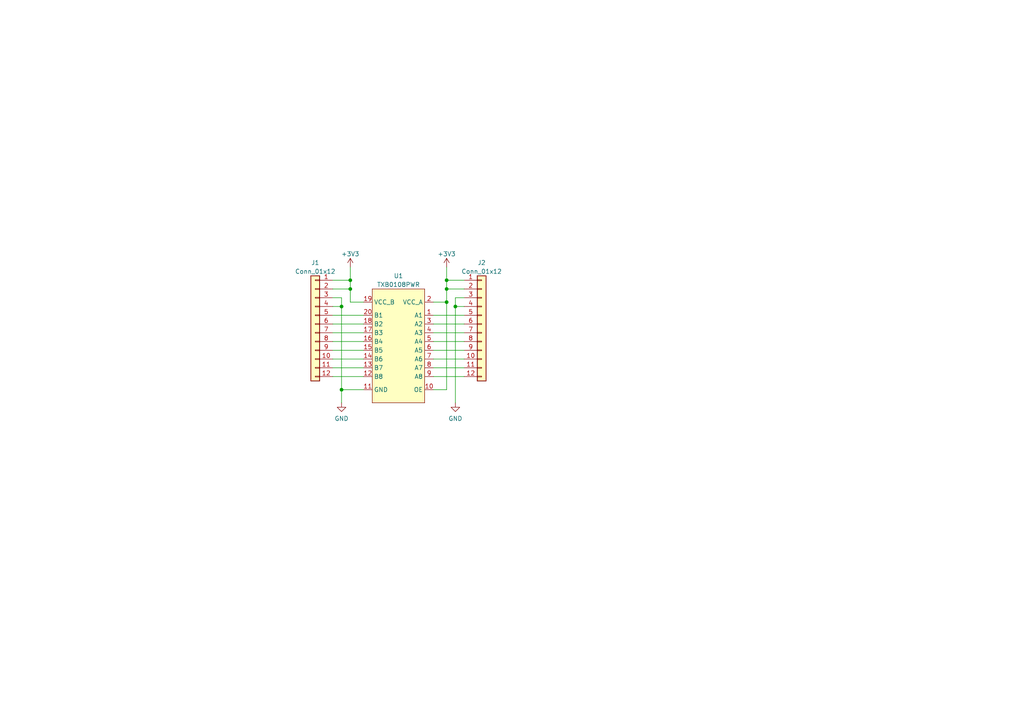
<source format=kicad_sch>
(kicad_sch (version 20230121) (generator eeschema)
  (paper "A4")
  (lib_symbols
    (symbol "Connector_Generic:Conn_01x12" (pin_names (offset 1.016) hide)
      (property "Reference" "J" (at 0 15.24 0))
      (property "Value" "Conn_01x12" (at 0 -17.78 0))
      (symbol "Conn_01x12_1_1"
        (rectangle (start -1.27 -15.113) (end 0 -15.367) (stroke (width 0.1524)))
        (rectangle (start -1.27 -12.573) (end 0 -12.827) (stroke (width 0.1524)))
        (rectangle (start -1.27 -10.033) (end 0 -10.287) (stroke (width 0.1524)))
        (rectangle (start -1.27 -7.493) (end 0 -7.747) (stroke (width 0.1524)))
        (rectangle (start -1.27 -4.953) (end 0 -5.207) (stroke (width 0.1524)))
        (rectangle (start -1.27 -2.413) (end 0 -2.667) (stroke (width 0.1524)))
        (rectangle (start -1.27 0.127) (end 0 -0.127) (stroke (width 0.1524)))
        (rectangle (start -1.27 2.667) (end 0 2.413) (stroke (width 0.1524)))
        (rectangle (start -1.27 5.207) (end 0 4.953) (stroke (width 0.1524)))
        (rectangle (start -1.27 7.747) (end 0 7.493) (stroke (width 0.1524)))
        (rectangle (start -1.27 10.287) (end 0 10.033) (stroke (width 0.1524)))
        (rectangle (start -1.27 12.827) (end 0 12.573) (stroke (width 0.1524)))
        (rectangle (start -1.27 13.97) (end 1.27 -16.51) (stroke (width 0.254)) (fill (type background)))
        (pin passive line (at -5.08 12.7 0) (length 3.81) (name "Pin_1") (number "1"))
        (pin passive line (at -5.08 -10.16 0) (length 3.81) (name "Pin_10") (number "10"))
        (pin passive line (at -5.08 -12.7 0) (length 3.81) (name "Pin_11") (number "11"))
        (pin passive line (at -5.08 -15.24 0) (length 3.81) (name "Pin_12") (number "12"))
        (pin passive line (at -5.08 10.16 0) (length 3.81) (name "Pin_2") (number "2"))
        (pin passive line (at -5.08 7.62 0) (length 3.81) (name "Pin_3") (number "3"))
        (pin passive line (at -5.08 5.08 0) (length 3.81) (name "Pin_4") (number "4"))
        (pin passive line (at -5.08 2.54 0) (length 3.81) (name "Pin_5") (number "5"))
        (pin passive line (at -5.08 0 0) (length 3.81) (name "Pin_6") (number "6"))
        (pin passive line (at -5.08 -2.54 0) (length 3.81) (name "Pin_7") (number "7"))
        (pin passive line (at -5.08 -5.08 0) (length 3.81) (name "Pin_8") (number "8"))
        (pin passive line (at -5.08 -7.62 0) (length 3.81) (name "Pin_9") (number "9"))
      )
    )
    (symbol "Cuprum:TXB0108PWR"
      (property "Reference" "U" (at 0 6.35 0))
      (property "Value" "TXB0108PWR" (at 0 -29.21 0))
      (symbol "TXB0108PWR_0_1"
        (rectangle (start -7.62 5.08) (end 7.62 -27.94) (fill (type background)))
      )
      (symbol "TXB0108PWR_1_1"
        (pin input line (at -10.16 -2.54 0) (length 2.54) (name "A1") (number "1"))
        (pin input line (at -10.16 -24.13 0) (length 2.54) (name "OE") (number "10"))
        (pin input line (at 10.16 -24.13 180) (length 2.54) (name "GND") (number "11"))
        (pin input line (at 10.16 -20.32 180) (length 2.54) (name "B8") (number "12"))
        (pin input line (at 10.16 -17.78 180) (length 2.54) (name "B7") (number "13"))
        (pin input line (at 10.16 -15.24 180) (length 2.54) (name "B6") (number "14"))
        (pin input line (at 10.16 -12.7 180) (length 2.54) (name "B5") (number "15"))
        (pin input line (at 10.16 -10.16 180) (length 2.54) (name "B4") (number "16"))
        (pin input line (at 10.16 -7.62 180) (length 2.54) (name "B3") (number "17"))
        (pin input line (at 10.16 -5.08 180) (length 2.54) (name "B2") (number "18"))
        (pin input line (at 10.16 1.27 180) (length 2.54) (name "VCC_B") (number "19"))
        (pin input line (at -10.16 1.27 0) (length 2.54) (name "VCC_A") (number "2"))
        (pin input line (at 10.16 -2.54 180) (length 2.54) (name "B1") (number "20"))
        (pin input line (at -10.16 -5.08 0) (length 2.54) (name "A2") (number "3"))
        (pin input line (at -10.16 -7.62 0) (length 2.54) (name "A3") (number "4"))
        (pin input line (at -10.16 -10.16 0) (length 2.54) (name "A4") (number "5"))
        (pin input line (at -10.16 -12.7 0) (length 2.54) (name "A5") (number "6"))
        (pin input line (at -10.16 -15.24 0) (length 2.54) (name "A6") (number "7"))
        (pin input line (at -10.16 -17.78 0) (length 2.54) (name "A7") (number "8"))
        (pin input line (at -10.16 -20.32 0) (length 2.54) (name "A8") (number "9"))
      )
    )
    (symbol "power:+3V3" (power) (pin_names (offset 0))
      (property "Value" "+3V3" (at 0 3.556 0))
      (symbol "+3V3_0_1"
        (polyline (pts (xy -0.762 1.27) (xy 0 2.54)))
        (polyline (pts (xy 0 0) (xy 0 2.54)))
        (polyline (pts (xy 0 2.54) (xy 0.762 1.27)))
      )
      (symbol "+3V3_1_1"
        (pin power_in line (at 0 0 90) (length 0) hide (name "+3V3") (number "1"))
      )
    )
    (symbol "power:GND" (power) (pin_names (offset 0))
      (property "Value" "GND" (at 0 -3.81 0))
      (symbol "GND_0_1"
        (polyline (pts (xy 0 0) (xy 0 -1.27) (xy 1.27 -1.27) (xy 0 -2.54) (xy -1.27 -1.27) (xy 0 -1.27)))
      )
      (symbol "GND_1_1"
        (pin power_in line (at 0 0 270) (length 0) hide (name "GND") (number "1"))
      )
    )
  )
  (junction (at 129.54 81.28))
  (junction (at 101.6 83.82))
  (junction (at 99.06 113.03))
  (junction (at 101.6 81.28))
  (junction (at 99.06 88.9))
  (junction (at 132.08 88.9))
  (junction (at 129.54 87.63))
  (junction (at 129.54 83.82))
  (wire (pts (xy 101.6 83.82) (xy 101.6 81.28)))
  (wire (pts (xy 132.08 88.9) (xy 132.08 116.84)))
  (wire (pts (xy 129.54 77.47) (xy 129.54 81.28)))
  (wire (pts (xy 125.73 101.6) (xy 134.62 101.6)))
  (wire (pts (xy 134.62 86.36) (xy 132.08 86.36)))
  (wire (pts (xy 129.54 83.82) (xy 129.54 87.63)))
  (wire (pts (xy 101.6 77.47) (xy 101.6 81.28)))
  (wire (pts (xy 125.73 104.14) (xy 134.62 104.14)))
  (wire (pts (xy 96.52 99.06) (xy 105.41 99.06)))
  (wire (pts (xy 96.52 96.52) (xy 105.41 96.52)))
  (wire (pts (xy 129.54 81.28) (xy 134.62 81.28)))
  (wire (pts (xy 125.73 93.98) (xy 134.62 93.98)))
  (wire (pts (xy 96.52 83.82) (xy 101.6 83.82)))
  (wire (pts (xy 132.08 86.36) (xy 132.08 88.9)))
  (wire (pts (xy 129.54 83.82) (xy 134.62 83.82)))
  (wire (pts (xy 96.52 101.6) (xy 105.41 101.6)))
  (wire (pts (xy 105.41 87.63) (xy 101.6 87.63)))
  (wire (pts (xy 125.73 87.63) (xy 129.54 87.63)))
  (wire (pts (xy 96.52 104.14) (xy 105.41 104.14)))
  (wire (pts (xy 125.73 99.06) (xy 134.62 99.06)))
  (wire (pts (xy 99.06 88.9) (xy 99.06 113.03)))
  (wire (pts (xy 96.52 86.36) (xy 99.06 86.36)))
  (wire (pts (xy 125.73 91.44) (xy 134.62 91.44)))
  (wire (pts (xy 99.06 113.03) (xy 99.06 116.84)))
  (wire (pts (xy 96.52 109.22) (xy 105.41 109.22)))
  (wire (pts (xy 132.08 88.9) (xy 134.62 88.9)))
  (wire (pts (xy 99.06 113.03) (xy 105.41 113.03)))
  (wire (pts (xy 99.06 86.36) (xy 99.06 88.9)))
  (wire (pts (xy 96.52 106.68) (xy 105.41 106.68)))
  (wire (pts (xy 125.73 109.22) (xy 134.62 109.22)))
  (wire (pts (xy 96.52 93.98) (xy 105.41 93.98)))
  (wire (pts (xy 129.54 113.03) (xy 129.54 87.63)))
  (wire (pts (xy 96.52 81.28) (xy 101.6 81.28)))
  (wire (pts (xy 129.54 81.28) (xy 129.54 83.82)))
  (wire (pts (xy 125.73 106.68) (xy 134.62 106.68)))
  (wire (pts (xy 96.52 88.9) (xy 99.06 88.9)))
  (wire (pts (xy 125.73 113.03) (xy 129.54 113.03)))
  (wire (pts (xy 101.6 87.63) (xy 101.6 83.82)))
  (wire (pts (xy 96.52 91.44) (xy 105.41 91.44)))
  (wire (pts (xy 125.73 96.52) (xy 134.62 96.52)))
  (symbol (lib_id "power:GND") (at 132.08 116.84 0) (unit 1)
    (property "Reference" "#PWR04" (effects hide))
    (property "Value" "GND" (at 132.08 121.4025 0))
  )
  (symbol (lib_id "Connector_Generic:Conn_01x12") (at 91.44 93.98 0) (mirror y) (unit 1)
    (property "Reference" "J1" (at 91.44 76.2 0))
    (property "Value" "Conn_01x12" (at 91.44 78.74 0))
    (property "Footprint" "Connector_PinHeader_2.54mm:PinHeader_2x06_P2.54mm_Horizontal" (effects hide))
  )
  (symbol (lib_id "power:+3V3") (at 101.6 77.47 0) (unit 1)
    (property "Reference" "#PWR01" (effects hide))
    (property "Value" "+3V3" (at 101.6 73.66 0))
  )
  (symbol (lib_id "power:+3V3") (at 129.54 77.47 0) (unit 1)
    (property "Reference" "#PWR03" (effects hide))
    (property "Value" "+3V3" (at 129.54 73.66 0))
  )
  (symbol (lib_id "Connector_Generic:Conn_01x12") (at 139.7 93.98 0) (unit 1)
    (property "Reference" "J2" (at 139.7 76.2 0))
    (property "Value" "Conn_01x12" (at 139.7 78.74 0))
    (property "Footprint" "Connector_PinSocket_2.54mm:PinSocket_2x06_P2.54mm_Horizontal" (effects hide))
  )
  (symbol (lib_id "Cuprum:TXB0108PWR") (at 115.57 88.9 0) (mirror y) (unit 1)
    (property "Reference" "U1" (at 115.57 80.01 0))
    (property "Value" "TXB0108PWR" (at 115.57 82.55 0))
    (property "Footprint" "Package_SO:TSSOP-20_4.4x6.5mm_P0.65mm" (effects hide))
  )
  (symbol (lib_id "power:GND") (at 99.06 116.84 0) (unit 1)
    (property "Reference" "#PWR02" (effects hide))
    (property "Value" "GND" (at 99.06 121.4025 0))
  )
)
</source>
